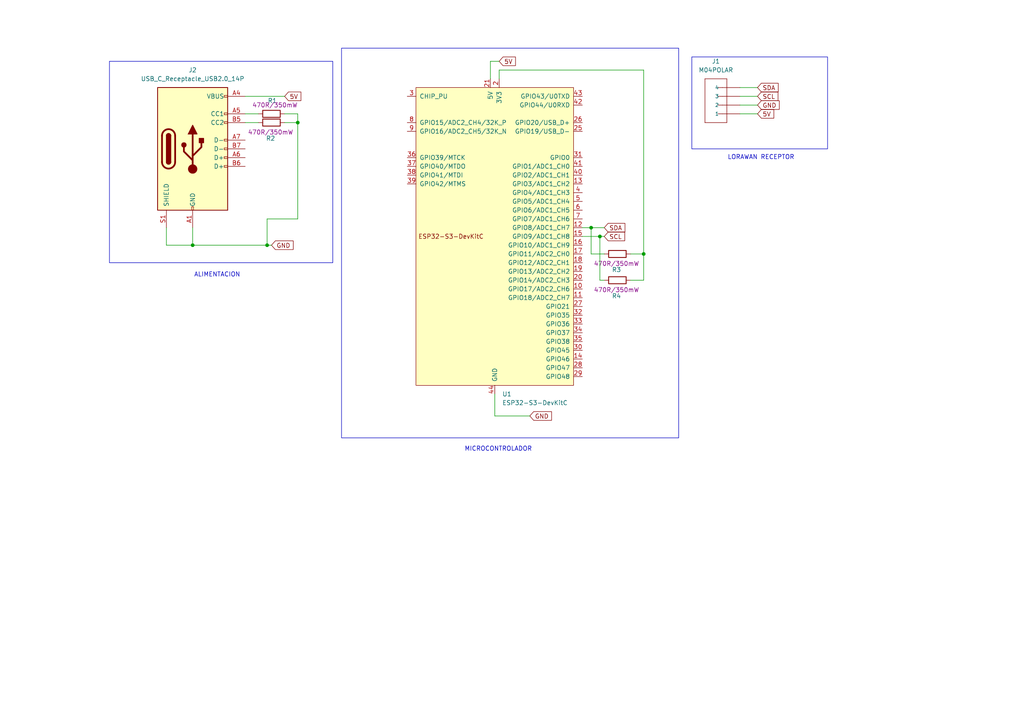
<source format=kicad_sch>
(kicad_sch (version 20250114) (generator "eeschema") (generator_version "9.0")
  (paper "A4")
  (lib_symbols
    (symbol "Connector:USB_C_Receptacle_USB2.0_14P" (pin_names (offset 1.016))
      (property "Reference" "J" (at 0 22.225 0))
      (property "Value" "USB_C_Receptacle_USB2.0_14P" (at 0 19.685 0))
      (symbol "USB_C_Receptacle_USB2.0_14P_0_0"
        (rectangle (start -0.254 -17.78) (end 0.254 -16.764))
        (rectangle (start 10.16 15.494) (end 9.144 14.986))
        (rectangle (start 10.16 10.414) (end 9.144 9.906))
        (rectangle (start 10.16 7.874) (end 9.144 7.366))
        (rectangle (start 10.16 2.794) (end 9.144 2.286))
        (rectangle (start 10.16 0.254) (end 9.144 -0.254))
        (rectangle (start 10.16 -2.286) (end 9.144 -2.794))
        (rectangle (start 10.16 -4.826) (end 9.144 -5.334))
      )
      (symbol "USB_C_Receptacle_USB2.0_14P_0_1"
        (rectangle (start -10.16 17.78) (end 10.16 -17.78) (stroke (width 0.254)) (fill (type background)))
        (polyline (pts (xy -8.89 -3.81) (xy -8.89 3.81)) (stroke (width 0.508)))
        (rectangle (start -7.62 -3.81) (end -6.35 3.81) (stroke (width 0.254)) (fill (type outline)))
        (arc (start -7.62 3.81) (mid -6.985 4.4423) (end -6.35 3.81) (stroke (width 0.254)))
        (arc (start -7.62 3.81) (mid -6.985 4.4423) (end -6.35 3.81) (stroke (width 0.254)) (fill (type outline)))
        (arc (start -8.89 3.81) (mid -6.985 5.7067) (end -5.08 3.81) (stroke (width 0.508)))
        (arc (start -5.08 -3.81) (mid -6.985 -5.7067) (end -8.89 -3.81) (stroke (width 0.508)))
        (arc (start -6.35 -3.81) (mid -6.985 -4.4423) (end -7.62 -3.81) (stroke (width 0.254)))
        (arc (start -6.35 -3.81) (mid -6.985 -4.4423) (end -7.62 -3.81) (stroke (width 0.254)) (fill (type outline)))
        (polyline (pts (xy -5.08 3.81) (xy -5.08 -3.81)) (stroke (width 0.508)))
        (circle (center -2.54 1.143) (radius 0.635) (stroke (width 0.254)) (fill (type outline)))
        (polyline (pts (xy -1.27 4.318) (xy 0 6.858) (xy 1.27 4.318) (xy -1.27 4.318)) (stroke (width 0.254)) (fill (type outline)))
        (polyline (pts (xy 0 -2.032) (xy 2.54 0.508) (xy 2.54 1.778)) (stroke (width 0.508)))
        (polyline (pts (xy 0 -3.302) (xy -2.54 -0.762) (xy -2.54 0.508)) (stroke (width 0.508)))
        (polyline (pts (xy 0 -5.842) (xy 0 4.318)) (stroke (width 0.508)))
        (circle (center 0 -5.842) (radius 1.27) (fill (type outline)))
        (rectangle (start 1.905 1.778) (end 3.175 3.048) (stroke (width 0.254)) (fill (type outline)))
      )
      (symbol "USB_C_Receptacle_USB2.0_14P_1_1"
        (pin passive line (at -7.62 -22.86 90) (length 5.08) (name "SHIELD") (number "S1"))
        (pin passive line (at 0 -22.86 90) (length 5.08) (name "GND") (number "A1"))
        (pin passive line (at 0 -22.86 90) (length 5.08) (hide yes) (name "GND") (number "A12"))
        (pin passive line (at 0 -22.86 90) (length 5.08) (hide yes) (name "GND") (number "B1"))
        (pin passive line (at 0 -22.86 90) (length 5.08) (hide yes) (name "GND") (number "B12"))
        (pin passive line (at 15.24 15.24 180) (length 5.08) (name "VBUS") (number "A4"))
        (pin passive line (at 15.24 15.24 180) (length 5.08) (hide yes) (name "VBUS") (number "A9"))
        (pin passive line (at 15.24 15.24 180) (length 5.08) (hide yes) (name "VBUS") (number "B4"))
        (pin passive line (at 15.24 15.24 180) (length 5.08) (hide yes) (name "VBUS") (number "B9"))
        (pin bidirectional line (at 15.24 10.16 180) (length 5.08) (name "CC1") (number "A5"))
        (pin bidirectional line (at 15.24 7.62 180) (length 5.08) (name "CC2") (number "B5"))
        (pin bidirectional line (at 15.24 2.54 180) (length 5.08) (name "D-") (number "A7"))
        (pin bidirectional line (at 15.24 0 180) (length 5.08) (name "D-") (number "B7"))
        (pin bidirectional line (at 15.24 -2.54 180) (length 5.08) (name "D+") (number "A6"))
        (pin bidirectional line (at 15.24 -5.08 180) (length 5.08) (name "D+") (number "B6"))
      )
    )
    (symbol "Espressif:ESP32-S3-DevKitC" (pin_names (offset 1.016))
      (property "Reference" "U" (at -22.86 48.26 0))
      (property "Value" "ESP32-S3-DevKitC" (at -22.86 45.72 0))
      (symbol "ESP32-S3-DevKitC_0_0"
        (text "ESP32-S3-DevKitC" (at -12.7 0 0) (effects (font (size 1.27 1.27))))
        (pin bidirectional line (at -25.4 15.24 0) (length 2.54) (name "GPIO42/MTMS") (number "39"))
        (pin power_in line (at 0 -45.72 90) (length 2.54) (name "GND") (number "44"))
        (pin bidirectional line (at 25.4 40.64 180) (length 2.54) (name "GPIO43/U0TXD") (number "43"))
        (pin bidirectional line (at 25.4 38.1 180) (length 2.54) (name "GPIO44/U0RXD") (number "42"))
        (pin bidirectional line (at 25.4 20.32 180) (length 2.54) (name "GPIO1/ADC1_CH0") (number "41"))
        (pin bidirectional line (at 25.4 17.78 180) (length 2.54) (name "GPIO2/ADC1_CH1") (number "40"))
        (pin bidirectional line (at 25.4 -10.16 180) (length 2.54) (name "GPIO13/ADC2_CH2") (number "19"))
        (pin bidirectional line (at 25.4 -35.56 180) (length 2.54) (name "GPIO46") (number "14"))
      )
      (symbol "ESP32-S3-DevKitC_0_1"
        (rectangle (start -22.86 43.18) (end 22.86 -43.18) (fill (type background)))
        (pin power_in line (at 1.27 45.72 270) (length 2.54) (name "3V3") (number "2"))
      )
      (symbol "ESP32-S3-DevKitC_1_1"
        (pin input line (at -25.4 40.64 0) (length 2.54) (name "CHIP_PU") (number "3"))
        (pin bidirectional line (at -25.4 33.02 0) (length 2.54) (name "GPIO15/ADC2_CH4/32K_P") (number "8"))
        (pin bidirectional line (at -25.4 30.48 0) (length 2.54) (name "GPIO16/ADC2_CH5/32K_N") (number "9"))
        (pin bidirectional line (at -25.4 22.86 0) (length 2.54) (name "GPIO39/MTCK") (number "36"))
        (pin bidirectional line (at -25.4 20.32 0) (length 2.54) (name "GPIO40/MTDO") (number "37"))
        (pin bidirectional line (at -25.4 17.78 0) (length 2.54) (name "GPIO41/MTDI") (number "38"))
        (pin power_in line (at -1.27 45.72 270) (length 2.54) (name "5V") (number "21"))
        (pin passive line (at 0 -45.72 90) (length 2.54) (hide yes) (name "GND") (number "22"))
        (pin passive line (at 0 -45.72 90) (length 2.54) (hide yes) (name "GND") (number "23"))
        (pin passive line (at 0 -45.72 90) (length 2.54) (hide yes) (name "GND") (number "24"))
        (pin passive line (at 1.27 45.72 270) (length 2.54) (hide yes) (name "3V3") (number "1"))
        (pin bidirectional line (at 25.4 33.02 180) (length 2.54) (name "GPIO20/USB_D+") (number "26"))
        (pin bidirectional line (at 25.4 30.48 180) (length 2.54) (name "GPIO19/USB_D-") (number "25"))
        (pin bidirectional line (at 25.4 22.86 180) (length 2.54) (name "GPIO0") (number "31"))
        (pin bidirectional line (at 25.4 15.24 180) (length 2.54) (name "GPIO3/ADC1_CH2") (number "13"))
        (pin bidirectional line (at 25.4 12.7 180) (length 2.54) (name "GPIO4/ADC1_CH3") (number "4"))
        (pin bidirectional line (at 25.4 10.16 180) (length 2.54) (name "GPIO5/ADC1_CH4") (number "5"))
        (pin bidirectional line (at 25.4 7.62 180) (length 2.54) (name "GPIO6/ADC1_CH5") (number "6"))
        (pin bidirectional line (at 25.4 5.08 180) (length 2.54) (name "GPIO7/ADC1_CH6") (number "7"))
        (pin bidirectional line (at 25.4 2.54 180) (length 2.54) (name "GPIO8/ADC1_CH7") (number "12"))
        (pin bidirectional line (at 25.4 0 180) (length 2.54) (name "GPIO9/ADC1_CH8") (number "15"))
        (pin bidirectional line (at 25.4 -2.54 180) (length 2.54) (name "GPIO10/ADC1_CH9") (number "16"))
        (pin bidirectional line (at 25.4 -5.08 180) (length 2.54) (name "GPIO11/ADC2_CH0") (number "17"))
        (pin bidirectional line (at 25.4 -7.62 180) (length 2.54) (name "GPIO12/ADC2_CH1") (number "18"))
        (pin bidirectional line (at 25.4 -12.7 180) (length 2.54) (name "GPIO14/ADC2_CH3") (number "20"))
        (pin bidirectional line (at 25.4 -15.24 180) (length 2.54) (name "GPIO17/ADC2_CH6") (number "10"))
        (pin bidirectional line (at 25.4 -17.78 180) (length 2.54) (name "GPIO18/ADC2_CH7") (number "11"))
        (pin bidirectional line (at 25.4 -20.32 180) (length 2.54) (name "GPIO21") (number "27"))
        (pin bidirectional line (at 25.4 -22.86 180) (length 2.54) (name "GPIO35") (number "32"))
        (pin bidirectional line (at 25.4 -25.4 180) (length 2.54) (name "GPIO36") (number "33"))
        (pin bidirectional line (at 25.4 -27.94 180) (length 2.54) (name "GPIO37") (number "34"))
        (pin bidirectional line (at 25.4 -30.48 180) (length 2.54) (name "GPIO38") (number "35"))
        (pin bidirectional line (at 25.4 -33.02 180) (length 2.54) (name "GPIO45") (number "30"))
        (pin bidirectional line (at 25.4 -38.1 180) (length 2.54) (name "GPIO47") (number "28"))
        (pin bidirectional line (at 25.4 -40.64 180) (length 2.54) (name "GPIO48") (number "29"))
      )
    )
    (symbol "PCM_4ms_Resistor:470R_0805_350mW" (pin_numbers (hide yes)) (pin_names (offset 0))
      (property "Reference" "R" (at 2.032 0 90))
      (property "Display" "470R/350mW" (at 3.81 0 90))
      (symbol "470R_0805_350mW_0_1"
        (rectangle (start -1.016 -2.54) (end 1.016 2.54) (stroke (width 0.254)))
      )
      (symbol "470R_0805_350mW_1_1"
        (pin passive line (at 0 3.81 270) (length 1.27) (name "~") (number "1"))
        (pin passive line (at 0 -3.81 90) (length 1.27) (name "~") (number "2"))
      )
    )
    (symbol "SparkFun-Connectors:M04POLAR" (pin_numbers (hide yes)) (pin_names (offset 1.016))
      (property "Reference" "J" (at -5.08 8.382 0))
      (property "Value" "M04POLAR" (at -5.08 -7.62 0))
      (symbol "M04POLAR_1_0"
        (polyline (pts (xy -5.08 7.62) (xy -5.08 -5.08)))
        (polyline (pts (xy -5.08 7.62) (xy 1.27 7.62)))
        (polyline (pts (xy -1.27 5.08) (xy 0 5.08)))
        (polyline (pts (xy -1.27 2.54) (xy 0 2.54)))
        (polyline (pts (xy -1.27 0) (xy 0 0)))
        (polyline (pts (xy -1.27 -2.54) (xy 0 -2.54)))
        (polyline (pts (xy 1.27 -5.08) (xy -5.08 -5.08)))
        (polyline (pts (xy 1.27 -5.08) (xy 1.27 7.62)))
      )
      (symbol "M04POLAR_1_1"
        (pin passive line (at 5.08 5.08 180) (length 5.08) (name "4") (number "4"))
        (pin passive line (at 5.08 2.54 180) (length 5.08) (name "3") (number "3"))
        (pin passive line (at 5.08 0 180) (length 5.08) (name "2") (number "2"))
        (pin passive line (at 5.08 -2.54 180) (length 5.08) (name "1") (number "1"))
      )
    )
  )
  (rectangle (start 31.75 17.78) (end 96.52 76.2))
  (rectangle (start 99.06 13.97) (end 196.85 127))
  (rectangle (start 200.66 16.51) (end 240.03 43.18))
  (text "LORAWAN RECEPTOR\n" (at 220.726 45.72 0) (effects (font (size 1.27 1.27))))
  (text "MICROCONTROLADOR\n" (at 144.526 130.302 0) (effects (font (size 1.27 1.27))))
  (text "ALIMENTACION\n" (at 62.992 79.756 0) (effects (font (size 1.27 1.27))))
  (junction (at 86.36 35.56))
  (junction (at 173.99 68.58))
  (junction (at 55.88 71.12))
  (junction (at 77.47 71.12))
  (junction (at 186.69 73.66))
  (junction (at 171.45 66.04))
  (wire (pts (xy 48.26 66.04) (xy 48.26 71.12)))
  (wire (pts (xy 171.45 73.66) (xy 171.45 66.04)))
  (wire (pts (xy 142.24 22.86) (xy 142.24 17.78)))
  (wire (pts (xy 186.69 81.28) (xy 182.88 81.28)))
  (wire (pts (xy 173.99 68.58) (xy 175.26 68.58)))
  (wire (pts (xy 171.45 66.04) (xy 175.26 66.04)))
  (wire (pts (xy 186.69 20.32) (xy 186.69 73.66)))
  (wire (pts (xy 142.24 17.78) (xy 144.78 17.78)))
  (wire (pts (xy 214.63 27.94) (xy 219.71 27.94)))
  (wire (pts (xy 71.12 27.94) (xy 82.55 27.94)))
  (wire (pts (xy 77.47 71.12) (xy 77.47 63.5)))
  (wire (pts (xy 175.26 73.66) (xy 171.45 73.66)))
  (wire (pts (xy 214.63 33.02) (xy 219.71 33.02)))
  (wire (pts (xy 55.88 71.12) (xy 77.47 71.12)))
  (wire (pts (xy 182.88 73.66) (xy 186.69 73.66)))
  (wire (pts (xy 168.91 66.04) (xy 171.45 66.04)))
  (wire (pts (xy 77.47 71.12) (xy 78.74 71.12)))
  (wire (pts (xy 86.36 33.02) (xy 82.55 33.02)))
  (wire (pts (xy 86.36 35.56) (xy 86.36 33.02)))
  (wire (pts (xy 168.91 68.58) (xy 173.99 68.58)))
  (wire (pts (xy 214.63 30.48) (xy 219.71 30.48)))
  (wire (pts (xy 82.55 35.56) (xy 86.36 35.56)))
  (wire (pts (xy 214.63 25.4) (xy 219.71 25.4)))
  (wire (pts (xy 173.99 68.58) (xy 173.99 81.28)))
  (wire (pts (xy 48.26 71.12) (xy 55.88 71.12)))
  (wire (pts (xy 71.12 33.02) (xy 74.93 33.02)))
  (wire (pts (xy 55.88 66.04) (xy 55.88 71.12)))
  (wire (pts (xy 175.26 81.28) (xy 173.99 81.28)))
  (wire (pts (xy 143.51 114.3) (xy 143.51 120.65)))
  (wire (pts (xy 71.12 35.56) (xy 74.93 35.56)))
  (wire (pts (xy 77.47 63.5) (xy 86.36 63.5)))
  (wire (pts (xy 144.78 22.86) (xy 144.78 20.32)))
  (wire (pts (xy 186.69 73.66) (xy 186.69 81.28)))
  (wire (pts (xy 144.78 20.32) (xy 186.69 20.32)))
  (wire (pts (xy 86.36 63.5) (xy 86.36 35.56)))
  (wire (pts (xy 143.51 120.65) (xy 153.67 120.65)))
  (global_label "5V" (shape input) (at 82.55 27.94 0) (property "Intersheetrefs" "${INTERSHEET_REFS}" (effects (hide yes))))
  (global_label "SCL" (shape input) (at 219.71 27.94 0) (property "Intersheetrefs" "${INTERSHEET_REFS}" (effects (hide yes))))
  (global_label "GND" (shape input) (at 78.74 71.12 0) (property "Intersheetrefs" "${INTERSHEET_REFS}" (effects (hide yes))))
  (global_label "SDA" (shape input) (at 175.26 66.04 0) (property "Intersheetrefs" "${INTERSHEET_REFS}" (effects (hide yes))))
  (global_label "5V" (shape input) (at 219.71 33.02 0) (property "Intersheetrefs" "${INTERSHEET_REFS}" (effects (hide yes))))
  (global_label "5V" (shape input) (at 144.78 17.78 0) (property "Intersheetrefs" "${INTERSHEET_REFS}" (effects (hide yes))))
  (global_label "GND" (shape input) (at 219.71 30.48 0) (property "Intersheetrefs" "${INTERSHEET_REFS}" (effects (hide yes))))
  (global_label "GND" (shape input) (at 153.67 120.65 0) (property "Intersheetrefs" "${INTERSHEET_REFS}" (effects (hide yes))))
  (global_label "SDA" (shape input) (at 219.71 25.4 0) (property "Intersheetrefs" "${INTERSHEET_REFS}" (effects (hide yes))))
  (global_label "SCL" (shape input) (at 175.26 68.58 0) (property "Intersheetrefs" "${INTERSHEET_REFS}" (effects (hide yes))))
  (symbol (lib_id "Espressif:ESP32-S3-DevKitC") (at 143.51 68.58 0) (unit 1)
    (property "Reference" "U1" (at 145.6533 114.3 0) (effects (justify left)))
    (property "Value" "ESP32-S3-DevKitC" (at 145.6533 116.84 0) (effects (justify left)))
    (property "Footprint" "ESP32:ESP32-S3-DevKitC" (effects (hide yes)))
    (property "Description" "ESP32-S3-DevKitC" (effects (hide yes)))
  )
  (symbol (lib_id "SparkFun-Connectors:M04POLAR") (at 209.55 30.48 0) (unit 1)
    (property "Reference" "J1" (at 207.645 17.78 0))
    (property "Value" "M04POLAR" (at 207.645 20.32 0))
    (property "Footprint" "Connector_Molex:Molex_KK-254_AE-6410-04A_1x04_P2.54mm_Vertical" (effects (hide yes)))
  )
  (symbol (lib_id "PCM_4ms_Resistor:470R_0805_350mW") (at 179.07 73.66 90) (unit 1)
    (property "Reference" "R3" (at 178.816 78.232 90))
    (property "Value" "470R_0805_350mW" (effects (hide yes)))
    (property "Footprint" "Resistor_SMD:R_0805_2012Metric" (effects (hide yes)))
    (property "Description" "470R, >=350mW, 5%" (effects (hide yes)))
    (property "Specifications" "470R, >=350mW, 5%" (effects (hide yes)))
    (property "Manufacturer" "Panasonic" (effects (hide yes)))
    (property "Part Number" "ERJ-P06J471V" (effects (hide yes)))
    (property "Display" "470R/350mW" (at 178.816 76.454 90))
  )
  (symbol (lib_id "PCM_4ms_Resistor:470R_0805_350mW") (at 179.07 81.28 90) (unit 1)
    (property "Reference" "R4" (at 178.816 85.852 90))
    (property "Value" "470R_0805_350mW" (effects (hide yes)))
    (property "Footprint" "Resistor_SMD:R_0805_2012Metric" (effects (hide yes)))
    (property "Description" "470R, >=350mW, 5%" (effects (hide yes)))
    (property "Specifications" "470R, >=350mW, 5%" (effects (hide yes)))
    (property "Manufacturer" "Panasonic" (effects (hide yes)))
    (property "Part Number" "ERJ-P06J471V" (effects (hide yes)))
    (property "Display" "470R/350mW" (at 178.816 84.074 90))
  )
  (symbol (lib_id "PCM_4ms_Resistor:470R_0805_350mW") (at 78.74 35.56 90) (unit 1)
    (property "Reference" "R2" (at 78.486 40.132 90))
    (property "Value" "470R_0805_350mW" (effects (hide yes)))
    (property "Footprint" "Resistor_SMD:R_0805_2012Metric" (effects (hide yes)))
    (property "Description" "470R, >=350mW, 5%" (effects (hide yes)))
    (property "Specifications" "470R, >=350mW, 5%" (effects (hide yes)))
    (property "Manufacturer" "Panasonic" (effects (hide yes)))
    (property "Part Number" "ERJ-P06J471V" (effects (hide yes)))
    (property "Display" "470R/350mW" (at 78.486 38.354 90))
  )
  (symbol (lib_id "Connector:USB_C_Receptacle_USB2.0_14P") (at 55.88 43.18 0) (unit 1)
    (property "Reference" "J2" (at 55.88 20.32 0))
    (property "Value" "USB_C_Receptacle_USB2.0_14P" (at 55.88 22.86 0))
    (property "Footprint" "Connector_USB:USB_C_Receptacle_GCT_USB4105-xx-A_16P_TopMnt_Horizontal" (effects (hide yes)))
    (property "Datasheet" "https://www.usb.org/sites/default/files/documents/usb_type-c.zip" (effects (hide yes)))
    (property "Description" "USB 2.0-only 14P Type-C Receptacle connector" (effects (hide yes)))
  )
  (symbol (lib_id "PCM_4ms_Resistor:470R_0805_350mW") (at 78.74 33.02 90) (unit 1)
    (property "Reference" "R1" (at 78.994 29.21 90))
    (property "Value" "470R_0805_350mW" (effects (hide yes)))
    (property "Footprint" "Resistor_SMD:R_0805_2012Metric" (effects (hide yes)))
    (property "Description" "470R, >=350mW, 5%" (effects (hide yes)))
    (property "Specifications" "470R, >=350mW, 5%" (effects (hide yes)))
    (property "Manufacturer" "Panasonic" (effects (hide yes)))
    (property "Part Number" "ERJ-P06J471V" (effects (hide yes)))
    (property "Display" "470R/350mW" (at 79.756 30.48 90))
  )
)
</source>
